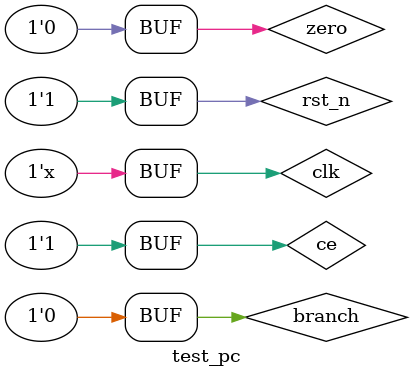
<source format=v>
`timescale 1ns / 1ps


module test_pc;
    wire [31:0]    cur_pc;
    reg  [31:0]    imm;
    reg           branch;
    reg           zero;

    wire [31:0]    next_pc;

    reg              ce;
    //reg  [31:0]      addr;
    wire [31:0]     inst;

    reg clk;    
    reg rst_n;
    
        
    initial begin
        clk = 0;
        rst_n = 0;
    
        #100
        rst_n = 1'b1;
        ce = 1'b1;       
    
        branch = 1'b0;
        zero = 1'b0;
    
    end
    always #100 clk = ~clk;

    next_pc next_pc0(
        .pc(cur_pc),
        .imm(imm),
        .branch(branch),
        .zero(zero),
        .next_pc(next_pc)
        );
    
    inst_rom inst_rom0(
        .ce(ce),
        .addr(cur_pc),
        .inst(inst)
        );
    
    pc_reg pc_reg0(
        .clk(clk),
        .rst_n(rst_n),
        
        .next_pc(next_pc),
        .cur_pc(cur_pc)
        );

endmodule

</source>
